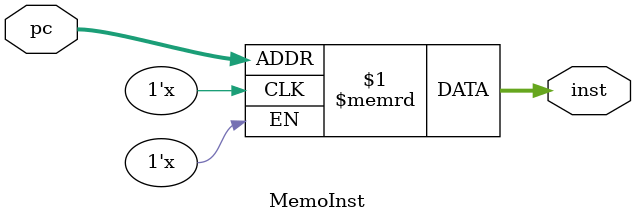
<source format=v>
/*
Instruction memory 2 MB in size width 16 bit( words ) [Read Only memory]
inputs:
  - pc: Address instrcution to read
output:
  - inst (16 bit):instruction
*/
module MemoInst(pc,
inst
);
input[31:0] pc;
//integer i;
output [15:0]inst;

reg [15:0]memory [0:1048575];

assign inst=memory[pc];

endmodule
</source>
